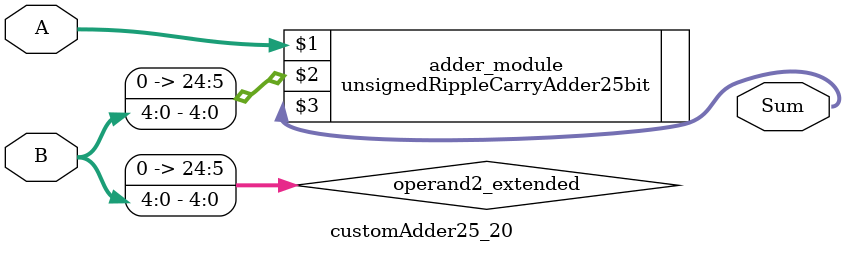
<source format=v>

module customAdder25_20(
                    input [24 : 0] A,
                    input [4 : 0] B,
                    
                    output [25 : 0] Sum
            );

    wire [24 : 0] operand2_extended;
    
    assign operand2_extended =  {20'b0, B};
    
    unsignedRippleCarryAdder25bit adder_module(
        A,
        operand2_extended,
        Sum
    );
    
endmodule
        
</source>
